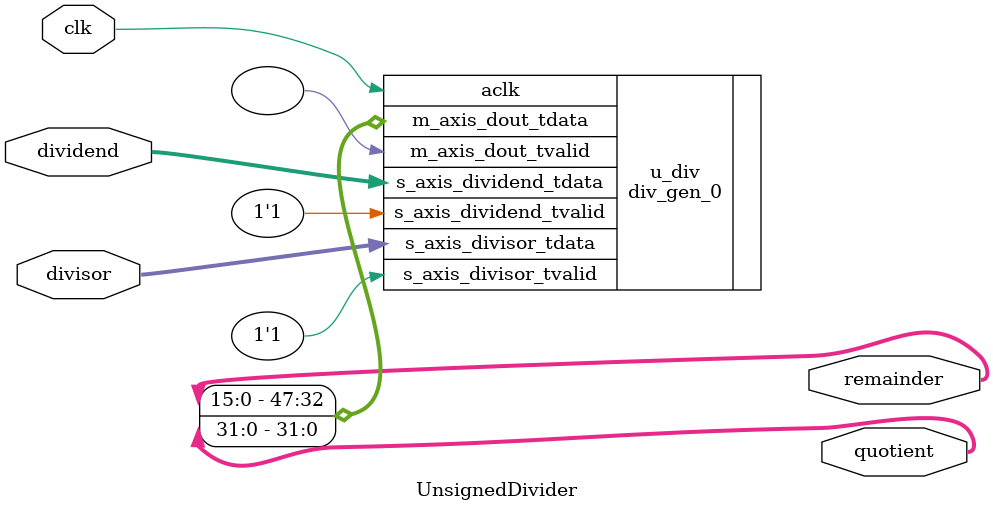
<source format=v>
module UnsignedDivider(
    input clk,
    input [31:0] dividend,
    input [15:0] divisor,
    output [31:0] quotient,
    output [15:0] remainder
);

    div_gen_0 u_div (
        .aclk(clk),
        .s_axis_divisor_tvalid(1'b1),
        .s_axis_divisor_tdata(divisor),
        .s_axis_dividend_tvalid(1'b1),
        .s_axis_dividend_tdata(dividend),
        .m_axis_dout_tvalid(),
        .m_axis_dout_tdata({remainder, quotient})
    );

endmodule
</source>
